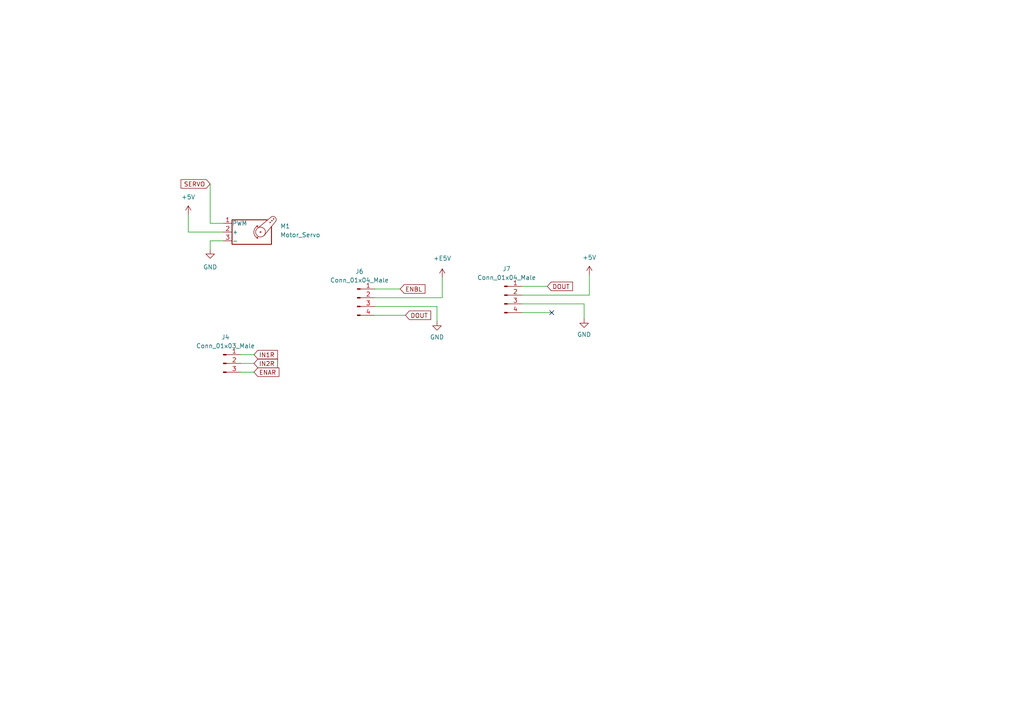
<source format=kicad_sch>
(kicad_sch (version 20211123) (generator eeschema)
  (paper "A4")
  (title_block (title "DOJO_ROBOT") (rev "1") (company "0804") (comment 1 "Drawn by MK"))
  (lib_symbols
    (symbol "Connector:Conn_01x03_Male" (pin_names (offset 1.016) hide)
      (property "Reference" "J" (at 0 5.08 0))
      (property "Value" "Conn_01x03_Male" (at 0 -5.08 0))
      (symbol "Conn_01x03_Male_1_1"
        (polyline (pts (xy 1.27 -2.54) (xy 0.8636 -2.54)) (stroke (width 0.1524)))
        (polyline (pts (xy 1.27 0) (xy 0.8636 0)) (stroke (width 0.1524)))
        (polyline (pts (xy 1.27 2.54) (xy 0.8636 2.54)) (stroke (width 0.1524)))
        (rectangle (start 0.8636 -2.413) (end 0 -2.667) (stroke (width 0.1524)) (fill (type outline)))
        (rectangle (start 0.8636 0.127) (end 0 -0.127) (stroke (width 0.1524)) (fill (type outline)))
        (rectangle (start 0.8636 2.667) (end 0 2.413) (stroke (width 0.1524)) (fill (type outline)))
        (pin passive line (at 5.08 2.54 180) (length 3.81) (name "Pin_1") (number "1"))
        (pin passive line (at 5.08 0 180) (length 3.81) (name "Pin_2") (number "2"))
        (pin passive line (at 5.08 -2.54 180) (length 3.81) (name "Pin_3") (number "3"))
      )
    )
    (symbol "Connector:Conn_01x04_Male" (pin_names (offset 1.016) hide)
      (property "Reference" "J" (at 0 5.08 0))
      (property "Value" "Conn_01x04_Male" (at 0 -7.62 0))
      (symbol "Conn_01x04_Male_1_1"
        (polyline (pts (xy 1.27 -5.08) (xy 0.8636 -5.08)) (stroke (width 0.1524)))
        (polyline (pts (xy 1.27 -2.54) (xy 0.8636 -2.54)) (stroke (width 0.1524)))
        (polyline (pts (xy 1.27 0) (xy 0.8636 0)) (stroke (width 0.1524)))
        (polyline (pts (xy 1.27 2.54) (xy 0.8636 2.54)) (stroke (width 0.1524)))
        (rectangle (start 0.8636 -4.953) (end 0 -5.207) (stroke (width 0.1524)) (fill (type outline)))
        (rectangle (start 0.8636 -2.413) (end 0 -2.667) (stroke (width 0.1524)) (fill (type outline)))
        (rectangle (start 0.8636 0.127) (end 0 -0.127) (stroke (width 0.1524)) (fill (type outline)))
        (rectangle (start 0.8636 2.667) (end 0 2.413) (stroke (width 0.1524)) (fill (type outline)))
        (pin passive line (at 5.08 2.54 180) (length 3.81) (name "Pin_1") (number "1"))
        (pin passive line (at 5.08 0 180) (length 3.81) (name "Pin_2") (number "2"))
        (pin passive line (at 5.08 -2.54 180) (length 3.81) (name "Pin_3") (number "3"))
        (pin passive line (at 5.08 -5.08 180) (length 3.81) (name "Pin_4") (number "4"))
      )
    )
    (symbol "Motor:Motor_Servo" (pin_names (offset 0.0254))
      (property "Reference" "M" (at -5.08 4.445 0))
      (property "Value" "Motor_Servo" (at -5.08 -4.064 0))
      (symbol "Motor_Servo_0_1"
        (polyline (pts (xy 2.413 -1.778) (xy 2.032 -1.778)))
        (polyline (pts (xy 2.413 -1.778) (xy 2.286 -1.397)))
        (polyline (pts (xy 2.413 1.778) (xy 1.905 1.778)))
        (polyline (pts (xy 2.413 1.778) (xy 2.286 1.397)))
        (polyline (pts (xy 6.35 4.445) (xy 2.54 1.27)))
        (polyline (pts (xy 7.62 3.175) (xy 4.191 -1.016)))
        (polyline (pts (xy 5.08 3.556) (xy -5.08 3.556) (xy -5.08 -3.556) (xy 6.35 -3.556) (xy 6.35 1.524)) (stroke (width 0.254)))
        (arc (start 2.413 1.778) (mid 1.2406 0) (end 2.413 -1.778))
        (circle (center 3.175 0) (radius 0.1778))
        (circle (center 3.175 0) (radius 1.4224))
        (circle (center 5.969 2.794) (radius 0.127))
        (circle (center 6.477 3.302) (radius 0.127))
        (circle (center 6.985 3.81) (radius 0.127))
        (arc (start 7.62 3.175) (mid 7.4485 4.2735) (end 6.35 4.445))
      )
      (symbol "Motor_Servo_1_1"
        (pin passive line (at -7.62 2.54 0) (length 2.54) (name "PWM") (number "1"))
        (pin passive line (at -7.62 0 0) (length 2.54) (name "+") (number "2"))
        (pin passive line (at -7.62 -2.54 0) (length 2.54) (name "-") (number "3"))
      )
    )
    (symbol "Userlibrary:+E5V" (power) (pin_names (offset 0))
      (property "Value" "+E5V" (at 0 5.08 0))
      (symbol "+E5V_0_1"
        (polyline (pts (xy -0.762 1.27) (xy 0 2.54)))
        (polyline (pts (xy 0 0) (xy 0 2.54)))
        (polyline (pts (xy 0 2.54) (xy 0.762 1.27)))
      )
      (symbol "+E5V_1_1"
        (pin power_in line (at 0 0 90) (length 0) hide (name "+E5V") (number "1"))
      )
    )
    (symbol "power:+5V" (power) (pin_names (offset 0))
      (property "Value" "+5V" (at 0 3.556 0))
      (symbol "+5V_0_1"
        (polyline (pts (xy -0.762 1.27) (xy 0 2.54)))
        (polyline (pts (xy 0 0) (xy 0 2.54)))
        (polyline (pts (xy 0 2.54) (xy 0.762 1.27)))
      )
      (symbol "+5V_1_1"
        (pin power_in line (at 0 0 90) (length 0) hide (name "+5V") (number "1"))
      )
    )
    (symbol "power:GND" (power) (pin_names (offset 0))
      (property "Value" "GND" (at 0 -3.81 0))
      (symbol "GND_0_1"
        (polyline (pts (xy 0 0) (xy 0 -1.27) (xy 1.27 -1.27) (xy 0 -2.54) (xy -1.27 -1.27) (xy 0 -1.27)))
      )
      (symbol "GND_1_1"
        (pin power_in line (at 0 0 270) (length 0) hide (name "GND") (number "1"))
      )
    )
  )
  (no_connect (at 160.02 90.678))
  (wire (pts (xy 169.418 88.138) (xy 169.418 92.456)))
  (wire (pts (xy 170.942 85.598) (xy 170.942 79.756)))
  (wire (pts (xy 108.712 86.36) (xy 128.27 86.36)))
  (wire (pts (xy 60.96 64.77) (xy 60.96 53.34)))
  (wire (pts (xy 60.96 69.85) (xy 60.96 72.39)))
  (wire (pts (xy 64.77 69.85) (xy 60.96 69.85)))
  (wire (pts (xy 151.384 88.138) (xy 169.418 88.138)))
  (wire (pts (xy 126.746 88.9) (xy 126.746 93.218)))
  (wire (pts (xy 151.384 90.678) (xy 160.274 90.678)))
  (wire (pts (xy 128.27 86.36) (xy 128.27 80.518)))
  (wire (pts (xy 64.77 64.77) (xy 60.96 64.77)))
  (wire (pts (xy 108.712 83.82) (xy 116.078 83.82)))
  (wire (pts (xy 108.712 91.44) (xy 117.602 91.44)))
  (wire (pts (xy 64.77 67.31) (xy 54.61 67.31)))
  (wire (pts (xy 69.85 107.95) (xy 73.66 107.95)))
  (wire (pts (xy 54.61 67.31) (xy 54.61 62.23)))
  (wire (pts (xy 151.384 83.058) (xy 158.75 83.058)))
  (wire (pts (xy 151.384 85.598) (xy 170.942 85.598)))
  (wire (pts (xy 108.712 88.9) (xy 126.746 88.9)))
  (wire (pts (xy 69.85 105.41) (xy 73.66 105.41)))
  (wire (pts (xy 69.85 102.87) (xy 73.66 102.87)))
  (global_label "IN1R" (shape input) (at 73.66 102.87 0) (property "Intersheet References" "${INTERSHEET_REFS}" (effects hide)))
  (global_label "ENBL" (shape input) (at 116.078 83.82 0) (property "Intersheet References" "${INTERSHEET_REFS}" (effects hide)))
  (global_label "DOUT" (shape input) (at 158.75 83.058 0) (property "Intersheet References" "${INTERSHEET_REFS}" (effects hide)))
  (global_label "ENAR" (shape input) (at 73.66 107.95 0) (property "Intersheet References" "${INTERSHEET_REFS}" (effects hide)))
  (global_label "SERVO" (shape input) (at 60.96 53.34 180) (property "Intersheet References" "${INTERSHEET_REFS}" (effects hide)))
  (global_label "DOUT" (shape input) (at 117.602 91.44 0) (property "Intersheet References" "${INTERSHEET_REFS}" (effects hide)))
  (global_label "IN2R" (shape input) (at 73.66 105.41 0) (property "Intersheet References" "${INTERSHEET_REFS}" (effects hide)))
  (symbol (lib_id "Connector:Conn_01x04_Male") (at 146.304 85.598 0) (unit 1)
    (property "Reference" "J7" (at 146.939 77.978 0))
    (property "Value" "Conn_01x04_Male" (at 146.939 80.518 0))
    (property "Footprint" "UserLibrary:PinHeader_1x04_P2.54mm_Vertical" (effects hide))
  )
  (symbol (lib_id "Connector:Conn_01x03_Male") (at 64.77 105.41 0) (unit 1)
    (property "Reference" "J4" (at 65.405 97.79 0))
    (property "Value" "Conn_01x03_Male" (at 65.405 100.33 0))
    (property "Footprint" "UserLibrary:Molex_KK-254_AE-6410-03A_1x03_P2.54mm_Vertical" (effects hide))
  )
  (symbol (lib_id "power:GND") (at 126.746 93.218 0) (unit 1)
    (property "Reference" "#PWR0132" (effects hide))
    (property "Value" "GND" (at 126.746 97.79 0))
  )
  (symbol (lib_id "Motor:Motor_Servo") (at 72.39 67.31 0) (unit 1)
    (property "Reference" "M1" (at 81.28 65.6065 0) (effects (justify left)))
    (property "Value" "Motor_Servo" (at 81.28 68.1465 0) (effects (justify left)))
    (property "Footprint" "UserLibrary:Molex_KK-254_AE-6410-03A_1x03_P2.54mm_Vertical" (effects hide))
    (property "Datasheet" "http://forums.parallax.com/uploads/attachments/46831/74481.png" (effects hide))
  )
  (symbol (lib_id "power:GND") (at 60.96 72.39 0) (unit 1)
    (property "Reference" "#PWR0130" (effects hide))
    (property "Value" "GND" (at 60.96 77.47 0))
  )
  (symbol (lib_id "power:GND") (at 169.418 92.456 0) (unit 1)
    (property "Reference" "#PWR0131" (effects hide))
    (property "Value" "GND" (at 169.418 97.028 0))
  )
  (symbol (lib_id "Connector:Conn_01x04_Male") (at 103.632 86.36 0) (unit 1)
    (property "Reference" "J6" (at 104.267 78.74 0))
    (property "Value" "Conn_01x04_Male" (at 104.267 81.28 0))
    (property "Footprint" "UserLibrary:PinHeader_1x04_P2.54mm_Vertical" (effects hide))
  )
  (symbol (lib_id "power:+5V") (at 170.942 79.756 0) (unit 1)
    (property "Reference" "#PWR0134" (effects hide))
    (property "Value" "+5V" (at 170.942 74.676 0))
  )
  (symbol (lib_id "power:+5V") (at 54.61 62.23 0) (unit 1)
    (property "Reference" "#PWR0129" (effects hide))
    (property "Value" "+5V" (at 54.61 57.15 0))
  )
  (symbol (lib_id "Userlibrary:+E5V") (at 128.27 80.518 0) (unit 1)
    (property "Reference" "#PWR?" (effects hide))
    (property "Value" "+E5V" (at 128.27 74.93 0))
  )
)
</source>
